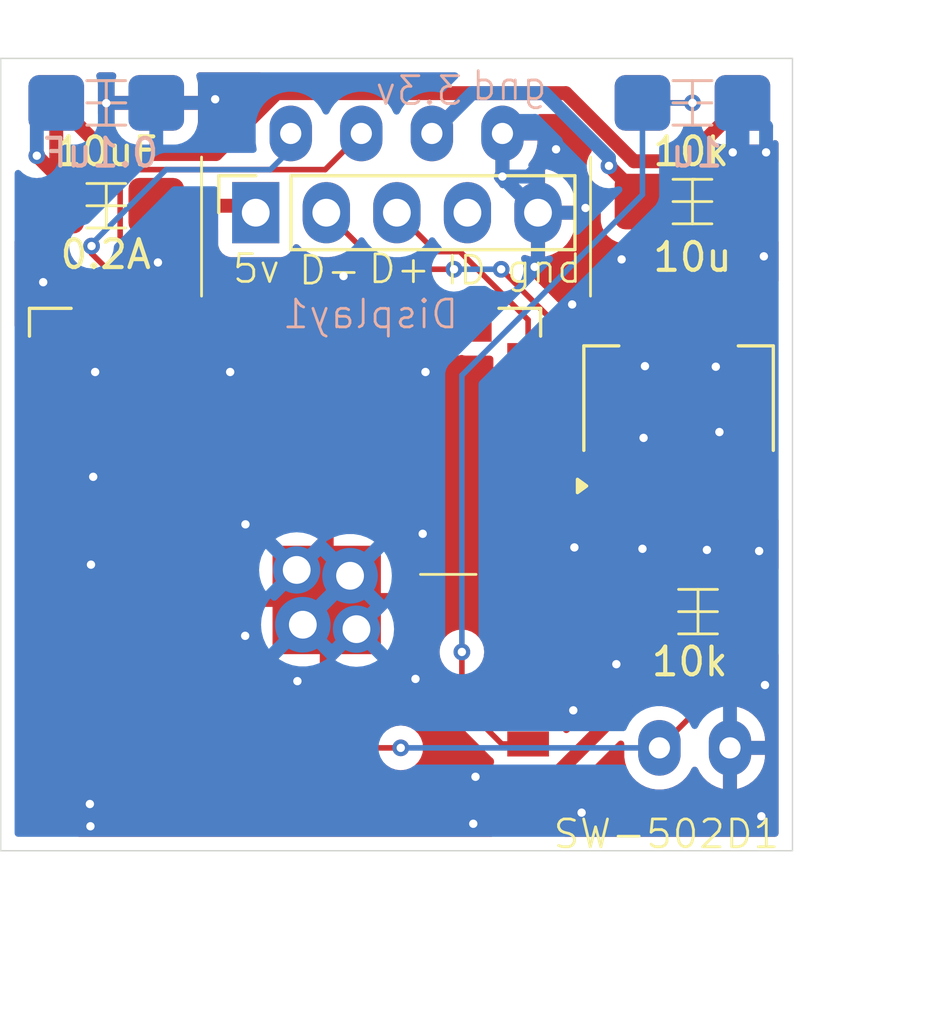
<source format=kicad_pcb>
(kicad_pcb (version 20240108) (generator "pcbnew") (generator_version "8.0")
  (layers (0 "F.Cu" signal) (31 "B.Cu" signal) (34 "B.Paste" user) (35 "F.Paste" user) (36 "B.SilkS" user "B.Silkscreen") (37 "F.SilkS" user "F.Silkscreen") (38 "B.Mask" user) (39 "F.Mask" user) (44 "Edge.Cuts" user))
  (net 0 "")
  (net 1 "GND")
  (net 2 "/5v")
  (net 3 "/3.3v")
  (net 4 "/EN")
  (net 5 "/IO48_SDA")
  (net 6 "/IO47_SCL")
  (net 7 "Net-(Mico_USB_Breakout1-Pin_1)")
  (net 8 "/USB_D_N")
  (net 9 "/USB_D_P")
  (net 11 "/IO38")
  (net 12 "/IO4")
  (net 13 "/IO11")
  (net 14 "/IO45")
  (net 15 "/IO9")
  (net 16 "/IO17")
  (net 17 "/IO46")
  (net 18 "/IO7")
  (net 19 "/IO36")
  (net 20 "/IO21")
  (net 21 "/IO15")
  (net 22 "/IO3")
  (net 23 "/IO5")
  (net 24 "/IO42")
  (net 25 "/IO44")
  (net 26 "/IO1")
  (net 27 "/IO2")
  (net 28 "/IO12")
  (net 29 "/IO16")
  (net 30 "/IO37")
  (net 31 "/IO18")
  (net 32 "/IO10")
  (net 33 "/IO14")
  (net 34 "/IO13")
  (net 35 "/IO0")
  (net 36 "/IO41")
  (net 37 "/IO43")
  (net 38 "/IO39")
  (net 39 "/IO40")
  (net 40 "/IO35")
  (net 41 "/IO6")
  (net 42 "/IO8")
  (footprint "Ivar_footprint_library:IVAR_1206_SMD_C" (layer "F.Cu") (at 126.2 104.65)
    (property "Reference" "C3" (hide yes))
    (property "Value" "10u" (hide yes))
    (fp_line (start -1.8 -0.8) (end -1.1 -0.8) (stroke (width 0.1)) (layer "F.SilkS"))
    (fp_line (start -1.8 0) (end -2.5 0) (stroke (width 0.1)) (layer "F.SilkS"))
    (fp_line (start -1.8 0) (end -1.8 -0.8) (stroke (width 0.1)) (layer "F.SilkS"))
    (fp_line (start -1.8 0) (end -1.8 0.8) (stroke (width 0.1)) (layer "F.SilkS"))
    (fp_line (start -1.8 0.8) (end -2.5 0.8) (stroke (width 0.1)) (layer "F.SilkS"))
    (fp_line (start -1.8 0.8) (end -1.1 0.8) (stroke (width 0.1)) (layer "F.SilkS"))
    (fp_line (start -1.7 -0.8) (end -2.5 -0.8) (stroke (width 0.1)) (layer "F.SilkS"))
    (fp_line (start -1.1 0) (end -1.8 0) (stroke (width 0.1)) (layer "F.SilkS"))
    (fp_text user "${VALUE}" (at -1.8 2 0) (layer "F.SilkS"))
    (pad "1" smd roundrect (at -3.6 0) (size 2 2) (layers "F.Cu" "F.Paste" "F.Mask") (roundrect_rratio 0.192308) (net 3 "/3.3v"))
    (pad "2" smd roundrect (at 0 0) (size 2 2) (layers "F.Cu" "F.Paste" "F.Mask") (roundrect_rratio 0.192308) (net 1 "GND"))
  )
  (footprint "RF_Module:ESP32-S3-WROOM-1" (layer "F.Cu") (at 109.735 121.44 180)
    (property "Reference" "U2" (hide yes))
    (property "Value" "ESP32-S3-WROOM-1")
    (fp_line (start 9.2 12.95) (end 9.2 11.95) (stroke (width 0.12)) (layer "F.SilkS"))
    (fp_line (start 9.2 12.95) (end 7.7 12.95) (stroke (width 0.12)) (layer "F.SilkS"))
    (fp_line (start -9.2 12.95) (end -7.7 12.95) (stroke (width 0.12)) (layer "F.SilkS"))
    (fp_line (start -9.2 11.95) (end -9.2 12.95) (stroke (width 0.12)) (layer "F.SilkS"))
    (pad "1" smd rect (at -8.75 -5.26 180) (size 1.5 0.9) (layers "F.Cu" "F.Paste" "F.Mask") (net 1 "GND"))
    (pad "2" smd rect (at -8.75 -3.99 180) (size 1.5 0.9) (layers "F.Cu" "F.Paste" "F.Mask") (net 3 "/3.3v"))
    (pad "3" smd rect (at -8.75 -2.72 180) (size 1.5 0.9) (layers "F.Cu" "F.Paste" "F.Mask") (net 4 "/EN"))
    (pad "4" smd rect (at -8.75 -1.45 180) (size 1.5 0.9) (layers "F.Cu" "F.Paste" "F.Mask") (net 12 "/IO4"))
    (pad "5" smd rect (at -8.75 -0.18 180) (size 1.5 0.9) (layers "F.Cu" "F.Paste" "F.Mask") (net 23 "/IO5"))
    (pad "6" smd rect (at -8.75 1.09 180) (size 1.5 0.9) (layers "F.Cu" "F.Paste" "F.Mask") (net 41 "/IO6"))
    (pad "7" smd rect (at -8.75 2.36 180) (size 1.5 0.9) (layers "F.Cu" "F.Paste" "F.Mask") (net 18 "/IO7"))
    (pad "8" smd rect (at -8.75 3.63 180) (size 1.5 0.9) (layers "F.Cu" "F.Paste" "F.Mask") (net 21 "/IO15"))
    (pad "9" smd rect (at -8.75 4.9 180) (size 1.5 0.9) (layers "F.Cu" "F.Paste" "F.Mask") (net 29 "/IO16"))
    (pad "10" smd rect (at -8.75 6.17 180) (size 1.5 0.9) (layers "F.Cu" "F.Paste" "F.Mask") (net 16 "/IO17"))
    (pad "11" smd rect (at -8.75 7.44 180) (size 1.5 0.9) (layers "F.Cu" "F.Paste" "F.Mask") (net 31 "/IO18"))
    (pad "12" smd rect (at -8.75 8.71 180) (size 1.5 0.9) (layers "F.Cu" "F.Paste" "F.Mask") (net 42 "/IO8"))
    (pad "13" smd rect (at -8.75 9.98 180) (size 1.5 0.9) (layers "F.Cu" "F.Paste" "F.Mask") (net 8 "/USB_D_N"))
    (pad "14" smd rect (at -8.75 11.25) (size 1.5 0.9) (layers "F.Cu" "F.Paste" "F.Mask") (net 9 "/USB_D_P"))
    (pad "15" smd rect (at -6.985 12.5 90) (size 1.5 0.9) (layers "F.Cu" "F.Paste" "F.Mask") (net 22 "/IO3"))
    (pad "16" smd rect (at -5.715 12.5 90) (size 1.5 0.9) (layers "F.Cu" "F.Paste" "F.Mask") (net 17 "/IO46"))
    (pad "17" smd rect (at -4.445 12.5 90) (size 1.5 0.9) (layers "F.Cu" "F.Paste" "F.Mask") (net 15 "/IO9"))
    (pad "18" smd rect (at -3.175 12.5 90) (size 1.5 0.9) (layers "F.Cu" "F.Paste" "F.Mask") (net 32 "/IO10"))
    (pad "19" smd rect (at -1.905 12.5 90) (size 1.5 0.9) (layers "F.Cu" "F.Paste" "F.Mask") (net 13 "/IO11"))
    (pad "20" smd rect (at -0.635 12.5 90) (size 1.5 0.9) (layers "F.Cu" "F.Paste" "F.Mask") (net 28 "/IO12"))
    (pad "21" smd rect (at 0.635 12.5 90) (size 1.5 0.9) (layers "F.Cu" "F.Paste" "F.Mask") (net 34 "/IO13"))
    (pad "22" smd rect (at 1.905 12.5 90) (size 1.5 0.9) (layers "F.Cu" "F.Paste" "F.Mask") (net 33 "/IO14"))
    (pad "23" smd rect (at 3.175 12.5 90) (size 1.5 0.9) (layers "F.Cu" "F.Paste" "F.Mask") (net 20 "/IO21"))
    (pad "24" smd rect (at 4.445 12.5 90) (size 1.5 0.9) (layers "F.Cu" "F.Paste" "F.Mask") (net 6 "/IO47_SCL"))
    (pad "25" smd rect (at 5.715 12.5 90) (size 1.5 0.9) (layers "F.Cu" "F.Paste" "F.Mask") (net 5 "/IO48_SDA"))
    (pad "26" smd rect (at 6.985 12.5 90) (size 1.5 0.9) (layers "F.Cu" "F.Paste" "F.Mask") (net 14 "/IO45"))
    (pad "27" smd rect (at 8.75 11.25 180) (size 1.5 0.9) (layers "F.Cu" "F.Paste" "F.Mask") (net 35 "/IO0"))
    (pad "28" smd rect (at 8.75 9.98 180) (size 1.5 0.9) (layers "F.Cu" "F.Paste" "F.Mask") (net 40 "/IO35"))
    (pad "29" smd rect (at 8.75 8.71 180) (size 1.5 0.9) (layers "F.Cu" "F.Paste" "F.Mask") (net 19 "/IO36"))
    (pad "30" smd rect (at 8.75 7.44 180) (size 1.5 0.9) (layers "F.Cu" "F.Paste" "F.Mask") (net 30 "/IO37"))
    (pad "31" smd rect (at 8.75 6.17 180) (size 1.5 0.9) (layers "F.Cu" "F.Paste" "F.Mask") (net 11 "/IO38"))
    (pad "32" smd rect (at 8.75 4.9 180) (size 1.5 0.9) (layers "F.Cu" "F.Paste" "F.Mask") (net 38 "/IO39"))
    (pad "33" smd rect (at 8.75 3.63 180) (size 1.5 0.9) (layers "F.Cu" "F.Paste" "F.Mask") (net 39 "/IO40"))
    (pad "34" smd rect (at 8.75 2.36 180) (size 1.5 0.9) (layers "F.Cu" "F.Paste" "F.Mask") (net 36 "/IO41"))
    (pad "35" smd rect (at 8.75 1.09 180) (size 1.5 0.9) (layers "F.Cu" "F.Paste" "F.Mask") (net 24 "/IO42"))
    (pad "36" smd rect (at 8.75 -0.18 180) (size 1.5 0.9) (layers "F.Cu" "F.Paste" "F.Mask") (net 25 "/IO44"))
    (pad "37" smd rect (at 8.75 -1.45 180) (size 1.5 0.9) (layers "F.Cu" "F.Paste" "F.Mask") (net 37 "/IO43"))
    (pad "38" smd rect (at 8.75 -2.72 180) (size 1.5 0.9) (layers "F.Cu" "F.Paste" "F.Mask") (net 27 "/IO2"))
    (pad "39" smd rect (at 8.75 -3.99 180) (size 1.5 0.9) (layers "F.Cu" "F.Paste" "F.Mask") (net 26 "/IO1"))
    (pad "40" smd rect (at 8.75 -5.26 180) (size 1.5 0.9) (layers "F.Cu" "F.Paste" "F.Mask") (net 1 "GND"))
    (pad "41" thru_hole circle (at -2.57 1.41 180) (size 1.7 1.7) (drill 1) (property pad_prop_heatsink) (layers "*.Cu" "F.Mask") (net 1 "GND"))
    (pad "41" thru_hole circle (at -2.34 3.33 180) (size 2 2) (drill 1) (property pad_prop_heatsink) (layers "*.Cu" "F.Mask") (net 1 "GND"))
    (pad "41" smd rect (at -1.5 2.46 90) (size 3.9 3.9) (layers "F.Cu" "F.Mask") (net 1 "GND"))
    (pad "41" thru_hole circle (at -0.64 1.57 180) (size 2 2) (drill 1) (property pad_prop_heatsink) (layers "*.Cu" "F.Mask") (net 1 "GND"))
    (pad "41" thru_hole circle (at -0.42 3.54 180) (size 1.7 1.7) (drill 1) (property pad_prop_heatsink) (layers "*.Cu" "F.Mask") (net 1 "GND"))
  )
  (footprint "Ivar_footprint_library:IVAR_Micro_USB_breakout_board_5pin" (layer "F.Cu") (at 108.68 105.05 90)
    (property "Reference" "Mico_USB_Breakout1" (hide yes))
    (property "Value" "Conn_01x05_Pin")
    (fp_line (start -3 -1.95) (end 2 -1.95) (stroke (width 0.1)) (layer "F.SilkS"))
    (fp_line (start 1.33 -1.33) (end 1.33 0) (stroke (width 0.12)) (layer "F.SilkS"))
    (fp_line (start 0 -1.33) (end 1.33 -1.33) (stroke (width 0.12)) (layer "F.SilkS"))
    (fp_line (start 1.33 1.27) (end 1.33 11.49) (stroke (width 0.12)) (layer "F.SilkS"))
    (fp_line (start -1.33 1.27) (end 1.33 1.27) (stroke (width 0.12)) (layer "F.SilkS"))
    (fp_line (start -1.33 1.27) (end -1.33 11.49) (stroke (width 0.12)) (layer "F.SilkS"))
    (fp_line (start -13.01 7.93) (end -13.01 5.93) (stroke (width 0.1)) (layer "F.SilkS"))
    (fp_line (start -1.33 11.49) (end 1.33 11.49) (stroke (width 0.12)) (layer "F.SilkS"))
    (fp_line (start 2 12.05) (end -3 12.05) (stroke (width 0.1)) (layer "F.SilkS"))
    (fp_text user "D-" (at -2.66 1.48 0) (layer "F.SilkS") (effects (font (thickness 0.1)) (justify left bottom)))
    (fp_text user "D+" (at -2.61 3.99 0) (layer "F.SilkS") (effects (font (thickness 0.1)) (justify left bottom)))
    (fp_text user "gnd" (at -2.6 8.96 0) (layer "F.SilkS") (effects (font (thickness 0.1)) (justify left bottom)))
    (fp_text user "5v" (at -2.6 -0.9 0) (layer "F.SilkS") (effects (font (thickness 0.1)) (justify left bottom)))
    (fp_text user "ID" (at -2.66 6.77 0) (layer "F.SilkS") (effects (font (thickness 0.1)) (justify left bottom)))
    (pad "1" thru_hole rect (at 0 0 90) (size 2.2 1.7) (drill 1) (layers "*.Cu" "*.Mask") (net 7 "Net-(Mico_USB_Breakout1-Pin_1)"))
    (pad "2" thru_hole oval (at 0 2.54 90) (size 2.2 1.7) (drill 1) (layers "*.Cu" "*.Mask") (net 8 "/USB_D_N"))
    (pad "3" thru_hole oval (at 0 5.08 90) (size 2.2 1.7) (drill 1) (layers "*.Cu" "*.Mask") (net 9 "/USB_D_P"))
    (pad "4" thru_hole oval (at 0 7.62 90) (size 2.2 1.7) (drill 1) (layers "*.Cu" "*.Mask"))
    (pad "5" thru_hole oval (at 0 10.16 90) (size 2.2 1.7) (drill 1) (layers "*.Cu" "*.Mask") (net 1 "GND"))
  )
  (footprint "Ivar_footprint_library:IVAR_1206_SMD_FUSE" (layer "F.Cu") (at 101.5 104.8 180)
    (property "Reference" "F1" (hide yes))
    (property "Value" "0.2A" (hide yes))
    (fp_line (start -1.1 0) (end -1.9 0) (stroke (width 0.1)) (layer "F.SilkS"))
    (fp_line (start -1.8 0.8) (end -1.1 0.8) (stroke (width 0.1)) (layer "F.SilkS"))
    (fp_line (start -1.8 0.8) (end -2.5 0.8) (stroke (width 0.1)) (layer "F.SilkS"))
    (fp_line (start -1.8 0) (end -1.8 0.8) (stroke (width 0.1)) (layer "F.SilkS"))
    (fp_line (start -1.8 0) (end -1.8 -0.8) (stroke (width 0.1)) (layer "F.SilkS"))
    (fp_line (start -1.8 0) (end -2.5 0) (stroke (width 0.1)) (layer "F.SilkS"))
    (fp_line (start -1.8 -0.8) (end -1.1 -0.8) (stroke (width 0.1)) (layer "F.SilkS"))
    (fp_line (start -1.8 -0.8) (end -2.5 -0.8) (stroke (width 0.1)) (layer "F.SilkS"))
    (fp_text user "${VALUE}" (at -1.78 -1.75 0) (layer "F.SilkS"))
    (pad "1" smd roundrect (at -3.6 0 180) (size 2 2) (layers "F.Cu" "F.Paste" "F.Mask") (roundrect_rratio 0.192308) (net 7 "Net-(Mico_USB_Breakout1-Pin_1)"))
    (pad "2" smd roundrect (at 0 0 180) (size 2 2) (layers "F.Cu" "F.Paste" "F.Mask") (roundrect_rratio 0.192308) (net 2 "/5v"))
  )
  (footprint "Ivar_footprint_library:IVAR_1206_SMD_R" (layer "F.Cu") (at 126.4 119.4)
    (property "Reference" "R2" (hide yes))
    (property "Value" "10k" (hide yes))
    (fp_line (start -1.8 -0.8) (end -2.5 -0.8) (stroke (width 0.1)) (layer "F.SilkS"))
    (fp_line (start -1.8 -0.8) (end -1.1 -0.8) (stroke (width 0.1)) (layer "F.SilkS"))
    (fp_line (start -1.8 0) (end -2.5 0) (stroke (width 0.1)) (layer "F.SilkS"))
    (fp_line (start -1.8 0) (end -1.8 -0.8) (stroke (width 0.1)) (layer "F.SilkS"))
    (fp_line (start -1.8 0) (end -1.8 0.8) (stroke (width 0.1)) (layer "F.SilkS"))
    (fp_line (start -1.8 0.8) (end -2.5 0.8) (stroke (width 0.1)) (layer "F.SilkS"))
    (fp_line (start -1.8 0.8) (end -1.1 0.8) (stroke (width 0.1)) (layer "F.SilkS"))
    (fp_line (start -1.1 0) (end -1.8 0) (stroke (width 0.1)) (layer "F.SilkS"))
    (fp_text user "${VALUE}" (at -2.1 1.8 0) (layer "F.SilkS"))
    (pad "1" smd roundrect (at -3.6 0) (size 2 2) (layers "F.Cu" "F.Paste" "F.Mask") (roundrect_rratio 0.192308) (net 3 "/3.3v"))
    (pad "2" smd roundrect (at 0 0) (size 2 2) (layers "F.Cu" "F.Paste" "F.Mask") (roundrect_rratio 0.192308) (net 11 "/IO38"))
  )
  (footprint "Ivar_footprint_library:IVAR_1206_SMD_C" (layer "F.Cu") (at 105.1 101.1)
    (property "Reference" "C1" (hide yes))
    (property "Value" "10uF" (hide yes))
    (fp_line (start -1.8 -0.8) (end -1.1 -0.8) (stroke (width 0.1)) (layer "F.SilkS"))
    (fp_line (start -1.8 0) (end -2.5 0) (stroke (width 0.1)) (layer "F.SilkS"))
    (fp_line (start -1.8 0) (end -1.8 -0.8) (stroke (width 0.1)) (layer "F.SilkS"))
    (fp_line (start -1.8 0) (end -1.8 0.8) (stroke (width 0.1)) (layer "F.SilkS"))
    (fp_line (start -1.8 0.8) (end -2.5 0.8) (stroke (width 0.1)) (layer "F.SilkS"))
    (fp_line (start -1.8 0.8) (end -1.1 0.8) (stroke (width 0.1)) (layer "F.SilkS"))
    (fp_line (start -1.7 -0.8) (end -2.5 -0.8) (stroke (width 0.1)) (layer "F.SilkS"))
    (fp_line (start -1.1 0) (end -1.8 0) (stroke (width 0.1)) (layer "F.SilkS"))
    (fp_text user "${VALUE}" (at -1.8 1.75 0) (layer "F.SilkS"))
    (pad "1" smd roundrect (at -3.6 0) (size 2 2) (layers "F.Cu" "F.Paste" "F.Mask") (roundrect_rratio 0.192308) (net 2 "/5v"))
    (pad "2" smd roundrect (at 0 0) (size 2 2) (layers "F.Cu" "F.Paste" "F.Mask") (roundrect_rratio 0.192308) (net 1 "GND"))
  )
  (footprint "Package_TO_SOT_SMD:SOT-223-3_TabPin2" (layer "F.Cu") (at 123.9 111.75 90)
    (property "Reference" "U1" (hide yes))
    (property "Value" "AMS1117-3.3")
    (fp_line (start 1.91 -3.41) (end 1.91 -2.15) (stroke (width 0.12)) (layer "F.SilkS"))
    (fp_line (start -1.85 -3.41) (end 1.91 -3.41) (stroke (width 0.12)) (layer "F.SilkS"))
    (fp_line (start 1.91 3.41) (end 1.91 2.15) (stroke (width 0.12)) (layer "F.SilkS"))
    (fp_line (start -1.85 3.41) (end 1.91 3.41) (stroke (width 0.12)) (layer "F.SilkS"))
    (fp_poly (pts (xy -3.13 -3.31) (xy -3.37 -3.64) (xy -2.89 -3.64) (xy -3.13 -3.31)) (stroke (width 0.12)) (fill solid) (layer "F.SilkS"))
    (pad "1" smd roundrect (at -3.15 -2.3 90) (size 2 1.5) (layers "F.Cu" "F.Paste" "F.Mask") (net 1 "GND"))
    (pad "2" smd roundrect (at -3.15 0 90) (size 2 1.5) (layers "F.Cu" "F.Paste" "F.Mask") (net 3 "/3.3v"))
    (pad "2" smd roundrect (at 3.15 0 90) (size 2 3.8) (layers "F.Cu" "F.Paste" "F.Mask") (net 3 "/3.3v"))
    (pad "3" smd roundrect (at -3.15 2.3 90) (size 2 1.5) (layers "F.Cu" "F.Paste" "F.Mask") (net 2 "/5v"))
  )
  (footprint "Ivar_footprint_library:IVAR_MOTION_SENS" (layer "F.Cu") (at 123.21 124.3)
    (property "Reference" "SW-502D1" (at 0.25 3.1 0) (layer "F.SilkS") (effects (font (thickness 0.1))))
    (property "Value" "Conn_01x02_Pin")
    (pad "1" thru_hole oval (at 0 0) (size 1.524 2) (drill 0.762) (layers "*.Cu" "*.Mask") (net 11 "/IO38"))
    (pad "2" thru_hole oval (at 2.54 0) (size 1.524 2) (drill 0.762) (layers "*.Cu" "*.Mask") (net 1 "GND"))
  )
  (footprint "Ivar_footprint_library:IVAR_1206_SMD_R" (layer "F.Cu") (at 122.6 101.1 180)
    (property "Reference" "R1" (hide yes))
    (property "Value" "10k" (hide yes))
    (fp_line (start -1.1 0) (end -1.8 0) (stroke (width 0.1)) (layer "F.SilkS"))
    (fp_line (start -1.8 0.8) (end -1.1 0.8) (stroke (width 0.1)) (layer "F.SilkS"))
    (fp_line (start -1.8 0.8) (end -2.5 0.8) (stroke (width 0.1)) (layer "F.SilkS"))
    (fp_line (start -1.8 0) (end -1.8 0.8) (stroke (width 0.1)) (layer "F.SilkS"))
    (fp_line (start -1.8 0) (end -1.8 -0.8) (stroke (width 0.1)) (layer "F.SilkS"))
    (fp_line (start -1.8 0) (end -2.5 0) (stroke (width 0.1)) (layer "F.SilkS"))
    (fp_line (start -1.8 -0.8) (end -1.1 -0.8) (stroke (width 0.1)) (layer "F.SilkS"))
    (fp_line (start -1.8 -0.8) (end -2.5 -0.8) (stroke (width 0.1)) (layer "F.SilkS"))
    (fp_text user "${VALUE}" (at -1.75 -1.75 0) (layer "F.SilkS"))
    (pad "1" smd roundrect (at -3.6 0 180) (size 2 2) (layers "F.Cu" "F.Paste" "F.Mask") (roundrect_rratio 0.192308) (net 2 "/5v"))
    (pad "2" smd roundrect (at 0 0 180) (size 2 2) (layers "F.Cu" "F.Paste" "F.Mask") (roundrect_rratio 0.192308) (net 4 "/EN"))
  )
  (footprint "Ivar_footprint_library:IVAR_OLED_I2C" (layer "B.Cu") (at 117.56 102.2 180)
    (property "Reference" "Display1" (at 4.75 -6.5 0) (layer "B.SilkS") (effects (font (thickness 0.1)) (justify mirror)))
    (property "Value" "Conn_01x04_Pin")
    (fp_text user "3.3v" (at 1.37 0.95 0) (layer "B.SilkS") (effects (font (thickness 0.1)) (justify left bottom mirror)))
    (fp_text user "gnd" (at -1.67 1.13 0) (layer "B.SilkS") (effects (font (thickness 0.1)) (justify left bottom mirror)))
    (pad "1" thru_hole oval (at 0 0 180) (size 1.524 2) (drill 0.762) (layers "*.Cu" "*.Mask") (net 1 "GND"))
    (pad "2" thru_hole oval (at 2.54 0 180) (size 1.524 2) (drill 0.762) (layers "*.Cu" "*.Mask") (net 3 "/3.3v"))
    (pad "3" thru_hole oval (at 5.08 0 180) (size 1.524 2) (drill 0.762) (layers "*.Cu" "*.Mask") (net 6 "/IO47_SCL"))
    (pad "4" thru_hole oval (at 7.62 0 180) (size 1.524 2) (drill 0.762) (layers "*.Cu" "*.Mask") (net 5 "/IO48_SDA"))
  )
  (footprint "Ivar_footprint_library:IVAR_1206_SMD_C" (layer "B.Cu") (at 105.1 101.1)
    (property "Reference" "C2" (hide yes))
    (property "Value" "0.1uF" (hide yes))
    (fp_line (start -2.5 -0.8) (end -1.8 -0.8) (stroke (width 0.1)) (layer "B.SilkS"))
    (fp_line (start -2.5 0) (end -1.8 0) (stroke (width 0.1)) (layer "B.SilkS"))
    (fp_line (start -2.5 0.8) (end -1.7 0.8) (stroke (width 0.1)) (layer "B.SilkS"))
    (fp_line (start -1.8 -0.8) (end -1.8 0) (stroke (width 0.1)) (layer "B.SilkS"))
    (fp_line (start -1.8 0) (end -1.1 0) (stroke (width 0.1)) (layer "B.SilkS"))
    (fp_line (start -1.8 0.8) (end -1.8 0) (stroke (width 0.1)) (layer "B.SilkS"))
    (fp_line (start -1.1 -0.8) (end -1.8 -0.8) (stroke (width 0.1)) (layer "B.SilkS"))
    (fp_line (start -1.1 0.8) (end -1.8 0.8) (stroke (width 0.1)) (layer "B.SilkS"))
    (fp_text user "${VALUE}" (at -2 1.8 0) (layer "B.SilkS") (effects (justify mirror)))
    (pad "1" smd roundrect (at -3.6 0) (size 2 2) (layers "B.Cu" "B.Paste" "B.Mask") (roundrect_rratio 0.192308) (net 2 "/5v"))
    (pad "2" smd roundrect (at 0 0) (size 2 2) (layers "B.Cu" "B.Paste" "B.Mask") (roundrect_rratio 0.192308) (net 1 "GND"))
  )
  (footprint "Ivar_footprint_library:IVAR_1206_SMD_C" (layer "B.Cu") (at 126.2 101.1)
    (property "Reference" "C4" (hide yes))
    (property "Value" "1u" (hide yes))
    (fp_line (start -2.5 -0.8) (end -1.8 -0.8) (stroke (width 0.1)) (layer "B.SilkS"))
    (fp_line (start -2.5 0) (end -1.8 0) (stroke (width 0.1)) (layer "B.SilkS"))
    (fp_line (start -2.5 0.8) (end -1.7 0.8) (stroke (width 0.1)) (layer "B.SilkS"))
    (fp_line (start -1.8 -0.8) (end -1.8 0) (stroke (width 0.1)) (layer "B.SilkS"))
    (fp_line (start -1.8 0) (end -1.1 0) (stroke (width 0.1)) (layer "B.SilkS"))
    (fp_line (start -1.8 0.8) (end -1.8 0) (stroke (width 0.1)) (layer "B.SilkS"))
    (fp_line (start -1.1 -0.8) (end -1.8 -0.8) (stroke (width 0.1)) (layer "B.SilkS"))
    (fp_line (start -1.1 0.8) (end -1.8 0.8) (stroke (width 0.1)) (layer "B.SilkS"))
    (fp_text user "${VALUE}" (at -1.65 1.8 0) (layer "B.SilkS") (effects (justify mirror)))
    (pad "1" smd roundrect (at -3.6 0) (size 2 2) (layers "B.Cu" "B.Paste" "B.Mask") (roundrect_rratio 0.192308) (net 4 "/EN"))
    (pad "2" smd roundrect (at 0 0) (size 2 2) (layers "B.Cu" "B.Paste" "B.Mask") (roundrect_rratio 0.192308) (net 1 "GND"))
  )
  (gr_line (start 128 99.5) (end 128 128) (stroke (width 0.05)) (layer "Edge.Cuts"))
  (gr_line (start 99.5 128) (end 128 128) (stroke (width 0.05)) (layer "Edge.Cuts"))
  (gr_line (start 99.5 99.5) (end 128 99.5) (stroke (width 0.05)) (layer "Edge.Cuts"))
  (gr_line (start 99.5 99.5) (end 99.5 128) (stroke (width 0.05)) (layer "Edge.Cuts"))
  (segment (start 101.3 126.33) (end 100.985 126.645) (width 0.5) (layer "F.Cu") (net 1))
  (segment (start 101.405 127.12) (end 100.985 126.7) (width 0.5) (layer "F.Cu") (net 1))
  (segment (start 102.7 126.33) (end 101.3 126.33) (width 0.5) (layer "F.Cu") (net 1))
  (segment (start 100.985 126.645) (end 100.985 126.7) (width 0.5) (layer "F.Cu") (net 1))
  (segment (start 102.73 127.12) (end 101.405 127.12) (width 0.5) (layer "F.Cu") (net 1))
  (segment (start 102.71 126.32) (end 102.7 126.33) (width 0.5) (layer "F.Cu") (net 1))
  (via (at 107.76 110.78) (size 0.6) (drill 0.3) (layers "F.Cu" "B.Cu") (net 1))
  (via (at 125.37 112.94) (size 0.6) (drill 0.3) (layers "F.Cu" "B.Cu") (net 1))
  (via (at 126.8 117.22) (size 0.6) (drill 0.3) (layers "F.Cu" "B.Cu") (net 1))
  (via (at 108.31 116.26) (size 0.6) (drill 0.3) (layers "F.Cu" "B.Cu") (net 1))
  (via (at 122.6 117.14) (size 0.6) (drill 0.3) (layers "F.Cu" "B.Cu") (net 1))
  (via (at 127.05 102.88) (size 0.6) (drill 0.3) (layers "F.Cu" "B.Cu") (net 1))
  (via (at 114.69 116.6) (size 0.6) (drill 0.3) (layers "F.Cu" "B.Cu") (net 1))
  (via (at 126.88 126.76) (size 0.6) (drill 0.3) (layers "F.Cu" "B.Cu") (net 1))
  (via (at 120.11 122.95) (size 0.6) (drill 0.3) (layers "F.Cu" "B.Cu") (net 1))
  (via (at 108.3 120.27) (size 0.6) (drill 0.3) (layers "F.Cu" "B.Cu") (net 1))
  (via (at 125.24 110.59) (size 0.6) (drill 0.3) (layers "F.Cu" "B.Cu") (net 1))
  (via (at 127.01 122.04) (size 0.6) (drill 0.3) (layers "F.Cu" "B.Cu") (net 1))
  (via (at 102.73 127.12) (size 0.6) (drill 0.3) (layers "F.Cu" "B.Cu") (net 1))
  (via (at 101.03 107.55) (size 0.6) (drill 0.3) (layers "F.Cu" "B.Cu") (net 1))
  (via (at 105.16 106.84) (size 0.6) (drill 0.3) (layers "F.Cu" "B.Cu") (net 1))
  (via (at 102.9 110.78) (size 0.6) (drill 0.3) (layers "F.Cu" "B.Cu") (net 1))
  (via (at 114.79 110.78) (size 0.6) (drill 0.3) (layers "F.Cu" "B.Cu") (net 1))
  (via (at 107.22 100.97) (size 0.6) (drill 0.3) (layers "F.Cu" "B.Cu") (net 1))
  (via (at 120.55 104.88) (size 0.6) (drill 0.3) (layers "F.Cu" "B.Cu") (net 1))
  (via (at 120.07 108.35) (size 0.6) (drill 0.3) (layers "F.Cu" "B.Cu") (net 1))
  (via (at 120.15 117.09) (size 0.6) (drill 0.3) (layers "F.Cu" "B.Cu") (net 1))
  (via (at 102.75 117.71) (size 0.6) (drill 0.3) (layers "F.Cu" "B.Cu") (net 1))
  (via (at 110.18 121.9) (size 0.6) (drill 0.3) (layers "F.Cu" "B.Cu") (net 1))
  (via (at 120.41 126.63) (size 0.6) (drill 0.3) (layers "F.Cu" "B.Cu") (net 1))
  (via (at 118.72 107) (size 0.6) (drill 0.3) (layers "F.Cu" "B.Cu") (net 1))
  (via (at 102.83 114.55) (size 0.6) (drill 0.3) (layers "F.Cu" "B.Cu") (net 1))
  (via (at 125.85 102.88) (size 0.6) (drill 0.3) (layers "F.Cu" "B.Cu") (net 1))
  (via (at 122.69 110.57) (size 0.6) (drill 0.3) (layers "F.Cu" "B.Cu") (net 1))
  (via (at 114.43 121.82) (size 0.6) (drill 0.3) (layers "F.Cu" "B.Cu") (net 1))
  (via (at 119.49 102.77) (size 0.6) (drill 0.3) (layers "F.Cu" "B.Cu") (net 1))
  (via (at 117.56 103.75) (size 0.6) (drill 0.3) (layers "F.Cu" "B.Cu") (net 1))
  (via (at 124.92 117.18) (size 0.6) (drill 0.3) (layers "F.Cu" "B.Cu") (net 1))
  (via (at 116.59 125.34) (size 0.6) (drill 0.3) (layers "F.Cu" "B.Cu") (net 1))
  (via (at 102.71 126.32) (size 0.6) (drill 0.3) (layers "F.Cu" "B.Cu") (net 1))
  (via (at 116.51 127.03) (size 0.6) (drill 0.3) (layers "F.Cu" "B.Cu") (net 1))
  (via (at 122.64 113.15) (size 0.6) (drill 0.3) (layers "F.Cu" "B.Cu") (net 1))
  (via (at 121.66 121.29) (size 0.6) (drill 0.3) (layers "F.Cu" "B.Cu") (net 1))
  (via (at 111.84 107.33) (size 0.6) (drill 0.3) (layers "F.Cu" "B.Cu") (net 1))
  (via (at 103.3 101.11) (size 0.6) (drill 0.3) (layers "F.Cu" "B.Cu") (net 1))
  (via (at 126.97 106.62) (size 0.6) (drill 0.3) (layers "F.Cu" "B.Cu") (net 1))
  (via (at 121.85 106.73) (size 0.6) (drill 0.3) (layers "F.Cu" "B.Cu") (net 1))
  (segment (start 117.56 103.75) (end 118.51 103.75) (width 0.5) (layer "B.Cu") (net 1))
  (segment (start 119.49 102.51) (end 118.73 101.75) (width 0.5) (layer "B.Cu") (net 1))
  (segment (start 118.01 101.75) (end 117.56 102.2) (width 0.5) (layer "B.Cu") (net 1))
  (segment (start 118.51 103.75) (end 119.49 102.77) (width 0.5) (layer "B.Cu") (net 1))
  (segment (start 125.85 101.45) (end 126.2 101.1) (width 0.5) (layer "B.Cu") (net 1))
  (segment (start 127.05 101.95) (end 126.2 101.1) (width 0.5) (layer "B.Cu") (net 1))
  (segment (start 125.85 102.88) (end 125.85 101.45) (width 0.5) (layer "B.Cu") (net 1))
  (segment (start 117.56 103.77) (end 118.84 105.05) (width 0.5) (layer "B.Cu") (net 1))
  (segment (start 118.73 101.75) (end 118.01 101.75) (width 0.5) (layer "B.Cu") (net 1))
  (segment (start 119.49 102.77) (end 119.49 102.51) (width 0.5) (layer "B.Cu") (net 1))
  (segment (start 127.05 102.88) (end 125.85 102.88) (width 0.5) (layer "B.Cu") (net 1))
  (segment (start 117.56 102.2) (end 117.56 103.75) (width 0.5) (layer "B.Cu") (net 1))
  (segment (start 127.05 102.88) (end 127.05 101.95) (width 0.5) (layer "B.Cu") (net 1))
  (segment (start 117.56 103.75) (end 117.56 103.77) (width 0.5) (layer "B.Cu") (net 1))
  (segment (start 124.75 106.1) (end 126.75 108.1) (width 0.5) (layer "F.Cu") (net 2))
  (segment (start 124.75 102.55) (end 124.75 106.1) (width 0.5) (layer "F.Cu") (net 2))
  (segment (start 124.1 103.2) (end 126.2 101.1) (width 0.5) (layer "F.Cu") (net 2))
  (segment (start 126.75 113.35) (end 126.2 113.9) (width 0.5) (layer "F.Cu") (net 2))
  (segment (start 109.437973 100.75) (end 119.838906 100.75) (width 0.5) (layer "F.Cu") (net 2))
  (segment (start 103.340027 102.940027) (end 107.247946 102.940027) (width 0.5) (layer "F.Cu") (net 2))
  (segment (start 101.5 103.7) (end 100.8 103) (width 0.5) (layer "F.Cu") (net 2))
  (segment (start 126.2 101.1) (end 124.75 102.55) (width 0.5) (layer "F.Cu") (net 2))
  (segment (start 101.5 101.1) (end 103.340027 102.940027) (width 0.5) (layer "F.Cu") (net 2))
  (segment (start 119.838906 100.75) (end 122.288906 103.2) (width 0.5) (layer "F.Cu") (net 2))
  (segment (start 101.5 104.8) (end 101.5 101.1) (width 0.5) (layer "F.Cu") (net 2))
  (segment (start 126.2 113.9) (end 126.2 114.9) (width 0.5) (layer "F.Cu") (net 2))
  (segment (start 107.247946 102.940027) (end 109.437973 100.75) (width 0.5) (layer "F.Cu") (net 2))
  (segment (start 122.288906 103.2) (end 124.1 103.2) (width 0.5) (layer "F.Cu") (net 2))
  (segment (start 101.5 104.8) (end 101.5 103.7) (width 0.5) (layer "F.Cu") (net 2))
  (segment (start 126.75 108.1) (end 126.75 113.35) (width 0.5) (layer "F.Cu") (net 2))
  (via (at 100.8 103) (size 0.6) (drill 0.3) (layers "F.Cu" "B.Cu") (net 2))
  (segment (start 100.8 103) (end 100.8 101.8) (width 0.5) (layer "B.Cu") (net 2))
  (segment (start 100.8 101.8) (end 101.5 101.1) (width 0.5) (layer "B.Cu") (net 2))
  (segment (start 122.8 121.945) (end 119.315 125.43) (width 0.5) (layer "F.Cu") (net 3))
  (segment (start 122.6 104.571756) (end 121.394122 103.365878) (width 0.5) (layer "F.Cu") (net 3))
  (segment (start 123.9 114.9) (end 123.9 108.6) (width 0.5) (layer "F.Cu") (net 3))
  (segment (start 123.9 105.95) (end 122.6 104.65) (width 0.5) (layer "F.Cu") (net 3))
  (segment (start 123.9 108.6) (end 123.9 105.95) (width 0.5) (layer "F.Cu") (net 3))
  (segment (start 123.9 114.9) (end 123.9 118.3) (width 0.5) (layer "F.Cu") (net 3))
  (segment (start 119.315 125.43) (end 118.485 125.43) (width 0.5) (layer "F.Cu") (net 3))
  (segment (start 122.8 119.4) (end 122.8 121.945) (width 0.5) (layer "F.Cu") (net 3))
  (segment (start 123.9 118.3) (end 122.8 119.4) (width 0.5) (layer "F.Cu") (net 3))
  (segment (start 122.6 104.65) (end 122.6 104.571756) (width 0.5) (layer "F.Cu") (net 3))
  (segment (start 122.6 104.65) (end 123.3 104.65) (width 0.5) (layer "F.Cu") (net 3))
  (via (at 121.394122 103.365878) (size 0.6) (drill 0.3) (layers "F.Cu" "B.Cu") (net 3))
  (segment (start 121.394122 103.073461) (end 119.070661 100.75) (width 0.5) (layer "B.Cu") (net 3))
  (segment (start 119.070661 100.75) (end 116.47 100.75) (width 0.5) (layer "B.Cu") (net 3))
  (segment (start 116.47 100.75) (end 115.02 102.2) (width 0.5) (layer "B.Cu") (net 3))
  (segment (start 121.394122 103.365878) (end 121.394122 103.073461) (width 0.5) (layer "B.Cu") (net 3))
  (segment (start 116.1 122.725) (end 117.535 124.16) (width 0.2) (layer "F.Cu") (net 4))
  (segment (start 116.1 120.85) (end 116.1 122.725) (width 0.2) (layer "F.Cu") (net 4))
  (segment (start 124.4 101.1) (end 122.6 101.1) (width 0.2) (layer "F.Cu") (net 4))
  (segment (start 117.535 124.16) (end 118.485 124.16) (width 0.2) (layer "F.Cu") (net 4))
  (via (at 116.1 120.85) (size 0.6) (drill 0.3) (layers "F.Cu" "B.Cu") (net 4))
  (via (at 124.4 101.1) (size 0.6) (drill 0.3) (layers "F.Cu" "B.Cu") (net 4))
  (segment (start 122.6 104.4) (end 116.1 110.9) (width 0.2) (layer "B.Cu") (net 4))
  (segment (start 116.1 110.9) (end 116.1 120.85) (width 0.2) (layer "B.Cu") (net 4))
  (segment (start 122.6 101.1) (end 122.6 104.4) (width 0.2) (layer "B.Cu") (net 4))
  (segment (start 122.6 101.1) (end 124.4 101.1) (width 0.2) (layer "B.Cu") (net 4))
  (segment (start 102.77 106.25) (end 102.77 106.515686) (width 0.2) (layer "F.Cu") (net 5))
  (segment (start 104.02 107.765686) (end 104.02 108.94) (width 0.2) (layer "F.Cu") (net 5))
  (segment (start 102.77 106.515686) (end 104.02 107.765686) (width 0.2) (layer "F.Cu") (net 5))
  (via (at 102.77 106.25) (size 0.6) (drill 0.3) (layers "F.Cu" "B.Cu") (net 5))
  (segment (start 102.77 106.18) (end 105.45 103.5) (width 0.2) (layer "B.Cu") (net 5))
  (segment (start 102.77 106.25) (end 102.77 106.18) (width 0.2) (layer "B.Cu") (net 5))
  (segment (start 109.94 102.77) (end 109.94 102.2) (width 0.2) (layer "B.Cu") (net 5))
  (segment (start 105.45 103.5) (end 109.21 103.5) (width 0.2) (layer "B.Cu") (net 5))
  (segment (start 109.21 103.5) (end 109.94 102.77) (width 0.2) (layer "B.Cu") (net 5))
  (segment (start 104.201038 103.5) (end 111.18 103.5) (width 0.2) (layer "F.Cu") (net 6))
  (segment (start 103.8 106.98) (end 103.8 103.901038) (width 0.2) (layer "F.Cu") (net 6))
  (segment (start 111.18 103.5) (end 112.48 102.2) (width 0.2) (layer "F.Cu") (net 6))
  (segment (start 103.8 103.901038) (end 104.201038 103.5) (width 0.2) (layer "F.Cu") (net 6))
  (segment (start 105.29 108.94) (end 105.29 108.47) (width 0.2) (layer "F.Cu") (net 6))
  (segment (start 105.29 108.47) (end 103.8 106.98) (width 0.2) (layer "F.Cu") (net 6))
  (segment (start 105.15 104.85) (end 105.1 104.8) (width 0.5) (layer "F.Cu") (net 7))
  (segment (start 105.1 104.8) (end 108.43 104.8) (width 0.5) (layer "F.Cu") (net 7))
  (segment (start 108.43 104.8) (end 108.68 105.05) (width 0.5) (layer "F.Cu") (net 7))
  (segment (start 111.22 105.05) (end 113.254265 107.084265) (width 0.2) (layer "F.Cu") (net 8))
  (segment (start 119.535 109.10647) (end 119.535 110.94) (width 0.2) (layer "F.Cu") (net 8))
  (segment (start 119.535 110.94) (end 119.015 111.46) (width 0.2) (layer "F.Cu") (net 8))
  (segment (start 117.514265 107.085735) (end 119.535 109.10647) (width 0.2) (layer "F.Cu") (net 8))
  (segment (start 119.015 111.46) (end 118.485 111.46) (width 0.2) (layer "F.Cu") (net 8))
  (segment (start 113.254265 107.084265) (end 115.815735 107.084265) (width 0.2) (layer "F.Cu") (net 8))
  (via (at 115.815735 107.084265) (size 0.6) (drill 0.3) (layers "F.Cu" "B.Cu") (net 8))
  (via (at 117.514265 107.085735) (size 0.6) (drill 0.3) (layers "F.Cu" "B.Cu") (net 8))
  (segment (start 115.815735 107.084265) (end 117.512795 107.084265) (width 0.2) (layer "B.Cu") (net 8))
  (segment (start 117.512795 107.084265) (end 117.514265 107.085735) (width 0.2) (layer "B.Cu") (net 8))
  (segment (start 115.16 106.45) (end 116.03 106.45) (width 0.2) (layer "F.Cu") (net 9))
  (segment (start 113.76 105.05) (end 115.16 106.45) (width 0.2) (layer "F.Cu") (net 9))
  (segment (start 118.485 108.905) (end 118.485 110.19) (width 0.2) (layer "F.Cu") (net 9))
  (segment (start 116.03 106.45) (end 118.485 108.905) (width 0.2) (layer "F.Cu") (net 9))
  (segment (start 100.985 115.27) (end 101.935 115.27) (width 0.2) (layer "F.Cu") (net 11))
  (segment (start 101.935 115.27) (end 110.965 124.3) (width 0.2) (layer "F.Cu") (net 11))
  (segment (start 126.4 119.4) (end 126.4 121.11) (width 0.2) (layer "F.Cu") (net 11))
  (segment (start 110.965 124.3) (end 113.9 124.3) (width 0.2) (layer "F.Cu") (net 11))
  (segment (start 126.4 121.11) (end 123.21 124.3) (width 0.2) (layer "F.Cu") (net 11))
  (via (at 113.9 124.3) (size 0.6) (drill 0.3) (layers "F.Cu" "B.Cu") (net 11))
  (segment (start 113.9 124.3) (end 123.21 124.3) (width 0.2) (layer "B.Cu") (net 11))
  (zone (net 1) (net_name "GND") (layers "F&B.Cu") (connect_pads (clearance 0.5)) (min_thickness 0.25) (fill yes (thermal_gap 0.5) (thermal_bridge_width 0.5))
    (polygon (pts (xy 99.5 99.5) (xy 99.5 128) (xy 128 128) (xy 128 99.5)))
  )
)
</source>
